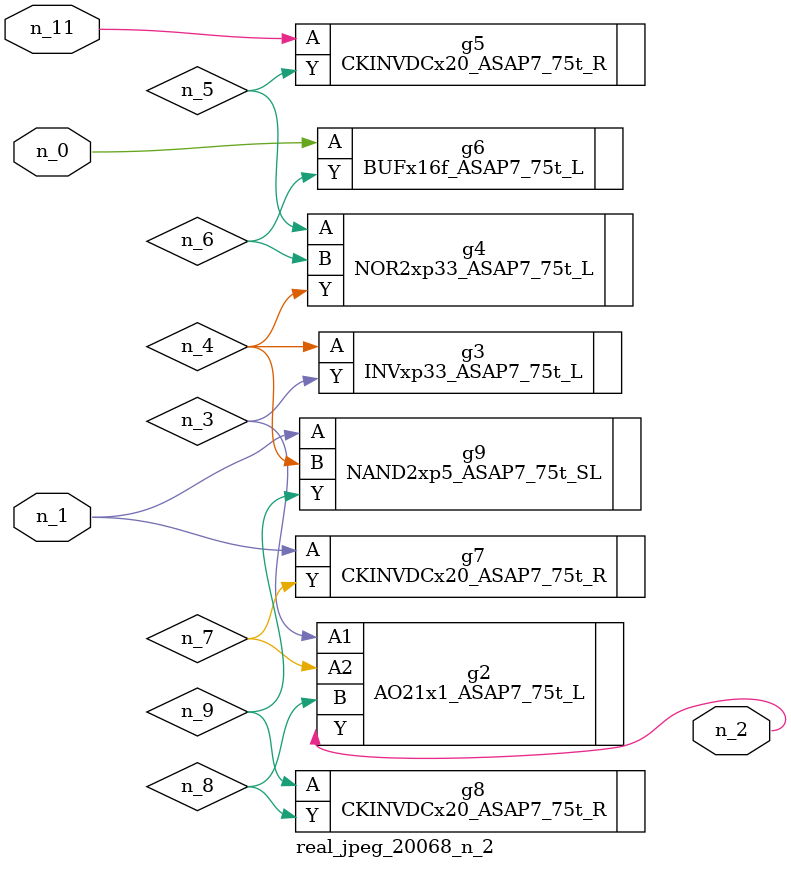
<source format=v>
module real_jpeg_20068_n_2 (n_1, n_11, n_0, n_2);

input n_1;
input n_11;
input n_0;

output n_2;

wire n_5;
wire n_4;
wire n_8;
wire n_6;
wire n_7;
wire n_3;
wire n_9;

BUFx16f_ASAP7_75t_L g6 ( 
.A(n_0),
.Y(n_6)
);

CKINVDCx20_ASAP7_75t_R g7 ( 
.A(n_1),
.Y(n_7)
);

NAND2xp5_ASAP7_75t_SL g9 ( 
.A(n_1),
.B(n_4),
.Y(n_9)
);

AO21x1_ASAP7_75t_L g2 ( 
.A1(n_3),
.A2(n_7),
.B(n_8),
.Y(n_2)
);

INVxp33_ASAP7_75t_L g3 ( 
.A(n_4),
.Y(n_3)
);

NOR2xp33_ASAP7_75t_L g4 ( 
.A(n_5),
.B(n_6),
.Y(n_4)
);

CKINVDCx20_ASAP7_75t_R g8 ( 
.A(n_9),
.Y(n_8)
);

CKINVDCx20_ASAP7_75t_R g5 ( 
.A(n_11),
.Y(n_5)
);


endmodule
</source>
